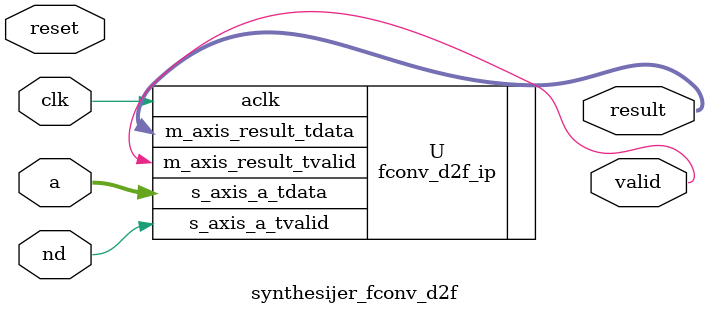
<source format=v>
`default_nettype none

module synthesijer_fconv_d2f
  (
   input wire 	      clk,
   input wire 	      reset,
   input wire [63:0]  a,
   input wire 	      nd,
   output wire [31:0] result,
   output wire 	      valid
   );

   fconv_d2f_ip U(.aclk(clk),
		  .s_axis_a_tdata(a),
		  .s_axis_a_tvalid(nd),
		  .m_axis_result_tvalid(valid),
		  .m_axis_result_tdata(result)
		  );

endmodule // synthesijer_fconv_d2f

`default_nettype wire

</source>
